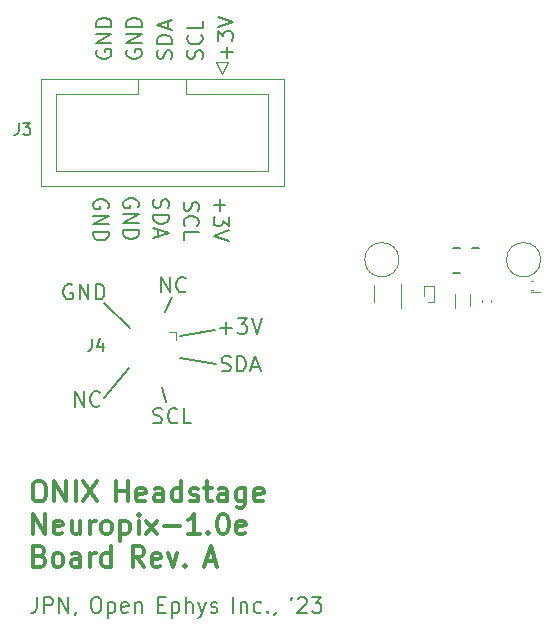
<source format=gbr>
%TF.GenerationSoftware,KiCad,Pcbnew,(7.0.0)*%
%TF.CreationDate,2023-06-03T15:05:07-04:00*%
%TF.ProjectId,headstage-neuropix1e,68656164-7374-4616-9765-2d6e6575726f,A*%
%TF.SameCoordinates,Original*%
%TF.FileFunction,Legend,Top*%
%TF.FilePolarity,Positive*%
%FSLAX46Y46*%
G04 Gerber Fmt 4.6, Leading zero omitted, Abs format (unit mm)*
G04 Created by KiCad (PCBNEW (7.0.0)) date 2023-06-03 15:05:07*
%MOMM*%
%LPD*%
G01*
G04 APERTURE LIST*
%ADD10C,0.150000*%
%ADD11C,0.200000*%
%ADD12C,0.300000*%
%ADD13C,0.127000*%
%ADD14C,0.120000*%
G04 APERTURE END LIST*
D10*
X122500000Y-94440000D02*
X119500000Y-94947500D01*
X113100000Y-100240000D02*
X115200000Y-97640000D01*
X113100000Y-92140000D02*
X115300000Y-94240000D01*
X118000000Y-99240000D02*
X118300000Y-100540000D01*
X118800000Y-91640000D02*
X118200000Y-92940000D01*
X122600000Y-97340000D02*
X119500000Y-96800000D01*
D11*
X119874809Y-83595119D02*
X119812904Y-83780833D01*
X119812904Y-83780833D02*
X119812904Y-84090357D01*
X119812904Y-84090357D02*
X119874809Y-84214166D01*
X119874809Y-84214166D02*
X119936714Y-84276071D01*
X119936714Y-84276071D02*
X120060523Y-84337976D01*
X120060523Y-84337976D02*
X120184333Y-84337976D01*
X120184333Y-84337976D02*
X120308142Y-84276071D01*
X120308142Y-84276071D02*
X120370047Y-84214166D01*
X120370047Y-84214166D02*
X120431952Y-84090357D01*
X120431952Y-84090357D02*
X120493857Y-83842738D01*
X120493857Y-83842738D02*
X120555761Y-83718928D01*
X120555761Y-83718928D02*
X120617666Y-83657023D01*
X120617666Y-83657023D02*
X120741476Y-83595119D01*
X120741476Y-83595119D02*
X120865285Y-83595119D01*
X120865285Y-83595119D02*
X120989095Y-83657023D01*
X120989095Y-83657023D02*
X121051000Y-83718928D01*
X121051000Y-83718928D02*
X121112904Y-83842738D01*
X121112904Y-83842738D02*
X121112904Y-84152261D01*
X121112904Y-84152261D02*
X121051000Y-84337976D01*
X119936714Y-85637975D02*
X119874809Y-85576071D01*
X119874809Y-85576071D02*
X119812904Y-85390356D01*
X119812904Y-85390356D02*
X119812904Y-85266547D01*
X119812904Y-85266547D02*
X119874809Y-85080833D01*
X119874809Y-85080833D02*
X119998619Y-84957023D01*
X119998619Y-84957023D02*
X120122428Y-84895118D01*
X120122428Y-84895118D02*
X120370047Y-84833214D01*
X120370047Y-84833214D02*
X120555761Y-84833214D01*
X120555761Y-84833214D02*
X120803380Y-84895118D01*
X120803380Y-84895118D02*
X120927190Y-84957023D01*
X120927190Y-84957023D02*
X121051000Y-85080833D01*
X121051000Y-85080833D02*
X121112904Y-85266547D01*
X121112904Y-85266547D02*
X121112904Y-85390356D01*
X121112904Y-85390356D02*
X121051000Y-85576071D01*
X121051000Y-85576071D02*
X120989095Y-85637975D01*
X119812904Y-86814166D02*
X119812904Y-86195118D01*
X119812904Y-86195118D02*
X121112904Y-86195118D01*
X107380952Y-117077595D02*
X107380952Y-118006166D01*
X107380952Y-118006166D02*
X107319047Y-118191880D01*
X107319047Y-118191880D02*
X107195238Y-118315690D01*
X107195238Y-118315690D02*
X107009523Y-118377595D01*
X107009523Y-118377595D02*
X106885714Y-118377595D01*
X107999999Y-118377595D02*
X107999999Y-117077595D01*
X107999999Y-117077595D02*
X108495237Y-117077595D01*
X108495237Y-117077595D02*
X108619047Y-117139500D01*
X108619047Y-117139500D02*
X108680952Y-117201404D01*
X108680952Y-117201404D02*
X108742856Y-117325214D01*
X108742856Y-117325214D02*
X108742856Y-117510928D01*
X108742856Y-117510928D02*
X108680952Y-117634738D01*
X108680952Y-117634738D02*
X108619047Y-117696642D01*
X108619047Y-117696642D02*
X108495237Y-117758547D01*
X108495237Y-117758547D02*
X107999999Y-117758547D01*
X109299999Y-118377595D02*
X109299999Y-117077595D01*
X109299999Y-117077595D02*
X110042856Y-118377595D01*
X110042856Y-118377595D02*
X110042856Y-117077595D01*
X110723809Y-118315690D02*
X110723809Y-118377595D01*
X110723809Y-118377595D02*
X110661904Y-118501404D01*
X110661904Y-118501404D02*
X110600000Y-118563309D01*
X112308571Y-117077595D02*
X112556190Y-117077595D01*
X112556190Y-117077595D02*
X112680000Y-117139500D01*
X112680000Y-117139500D02*
X112803809Y-117263309D01*
X112803809Y-117263309D02*
X112865714Y-117510928D01*
X112865714Y-117510928D02*
X112865714Y-117944261D01*
X112865714Y-117944261D02*
X112803809Y-118191880D01*
X112803809Y-118191880D02*
X112680000Y-118315690D01*
X112680000Y-118315690D02*
X112556190Y-118377595D01*
X112556190Y-118377595D02*
X112308571Y-118377595D01*
X112308571Y-118377595D02*
X112184762Y-118315690D01*
X112184762Y-118315690D02*
X112060952Y-118191880D01*
X112060952Y-118191880D02*
X111999048Y-117944261D01*
X111999048Y-117944261D02*
X111999048Y-117510928D01*
X111999048Y-117510928D02*
X112060952Y-117263309D01*
X112060952Y-117263309D02*
X112184762Y-117139500D01*
X112184762Y-117139500D02*
X112308571Y-117077595D01*
X113422857Y-117510928D02*
X113422857Y-118810928D01*
X113422857Y-117572833D02*
X113546667Y-117510928D01*
X113546667Y-117510928D02*
X113794286Y-117510928D01*
X113794286Y-117510928D02*
X113918095Y-117572833D01*
X113918095Y-117572833D02*
X113980000Y-117634738D01*
X113980000Y-117634738D02*
X114041905Y-117758547D01*
X114041905Y-117758547D02*
X114041905Y-118129976D01*
X114041905Y-118129976D02*
X113980000Y-118253785D01*
X113980000Y-118253785D02*
X113918095Y-118315690D01*
X113918095Y-118315690D02*
X113794286Y-118377595D01*
X113794286Y-118377595D02*
X113546667Y-118377595D01*
X113546667Y-118377595D02*
X113422857Y-118315690D01*
X115094285Y-118315690D02*
X114970476Y-118377595D01*
X114970476Y-118377595D02*
X114722857Y-118377595D01*
X114722857Y-118377595D02*
X114599047Y-118315690D01*
X114599047Y-118315690D02*
X114537143Y-118191880D01*
X114537143Y-118191880D02*
X114537143Y-117696642D01*
X114537143Y-117696642D02*
X114599047Y-117572833D01*
X114599047Y-117572833D02*
X114722857Y-117510928D01*
X114722857Y-117510928D02*
X114970476Y-117510928D01*
X114970476Y-117510928D02*
X115094285Y-117572833D01*
X115094285Y-117572833D02*
X115156190Y-117696642D01*
X115156190Y-117696642D02*
X115156190Y-117820452D01*
X115156190Y-117820452D02*
X114537143Y-117944261D01*
X115713333Y-117510928D02*
X115713333Y-118377595D01*
X115713333Y-117634738D02*
X115775238Y-117572833D01*
X115775238Y-117572833D02*
X115899048Y-117510928D01*
X115899048Y-117510928D02*
X116084762Y-117510928D01*
X116084762Y-117510928D02*
X116208571Y-117572833D01*
X116208571Y-117572833D02*
X116270476Y-117696642D01*
X116270476Y-117696642D02*
X116270476Y-118377595D01*
X117669523Y-117696642D02*
X118102857Y-117696642D01*
X118288571Y-118377595D02*
X117669523Y-118377595D01*
X117669523Y-118377595D02*
X117669523Y-117077595D01*
X117669523Y-117077595D02*
X118288571Y-117077595D01*
X118845713Y-117510928D02*
X118845713Y-118810928D01*
X118845713Y-117572833D02*
X118969523Y-117510928D01*
X118969523Y-117510928D02*
X119217142Y-117510928D01*
X119217142Y-117510928D02*
X119340951Y-117572833D01*
X119340951Y-117572833D02*
X119402856Y-117634738D01*
X119402856Y-117634738D02*
X119464761Y-117758547D01*
X119464761Y-117758547D02*
X119464761Y-118129976D01*
X119464761Y-118129976D02*
X119402856Y-118253785D01*
X119402856Y-118253785D02*
X119340951Y-118315690D01*
X119340951Y-118315690D02*
X119217142Y-118377595D01*
X119217142Y-118377595D02*
X118969523Y-118377595D01*
X118969523Y-118377595D02*
X118845713Y-118315690D01*
X120021903Y-118377595D02*
X120021903Y-117077595D01*
X120579046Y-118377595D02*
X120579046Y-117696642D01*
X120579046Y-117696642D02*
X120517141Y-117572833D01*
X120517141Y-117572833D02*
X120393332Y-117510928D01*
X120393332Y-117510928D02*
X120207618Y-117510928D01*
X120207618Y-117510928D02*
X120083808Y-117572833D01*
X120083808Y-117572833D02*
X120021903Y-117634738D01*
X121074284Y-117510928D02*
X121383808Y-118377595D01*
X121693331Y-117510928D02*
X121383808Y-118377595D01*
X121383808Y-118377595D02*
X121259998Y-118687119D01*
X121259998Y-118687119D02*
X121198093Y-118749023D01*
X121198093Y-118749023D02*
X121074284Y-118810928D01*
X122126665Y-118315690D02*
X122250474Y-118377595D01*
X122250474Y-118377595D02*
X122498093Y-118377595D01*
X122498093Y-118377595D02*
X122621903Y-118315690D01*
X122621903Y-118315690D02*
X122683807Y-118191880D01*
X122683807Y-118191880D02*
X122683807Y-118129976D01*
X122683807Y-118129976D02*
X122621903Y-118006166D01*
X122621903Y-118006166D02*
X122498093Y-117944261D01*
X122498093Y-117944261D02*
X122312379Y-117944261D01*
X122312379Y-117944261D02*
X122188569Y-117882357D01*
X122188569Y-117882357D02*
X122126665Y-117758547D01*
X122126665Y-117758547D02*
X122126665Y-117696642D01*
X122126665Y-117696642D02*
X122188569Y-117572833D01*
X122188569Y-117572833D02*
X122312379Y-117510928D01*
X122312379Y-117510928D02*
X122498093Y-117510928D01*
X122498093Y-117510928D02*
X122621903Y-117572833D01*
X124020950Y-118377595D02*
X124020950Y-117077595D01*
X124639998Y-117510928D02*
X124639998Y-118377595D01*
X124639998Y-117634738D02*
X124701903Y-117572833D01*
X124701903Y-117572833D02*
X124825713Y-117510928D01*
X124825713Y-117510928D02*
X125011427Y-117510928D01*
X125011427Y-117510928D02*
X125135236Y-117572833D01*
X125135236Y-117572833D02*
X125197141Y-117696642D01*
X125197141Y-117696642D02*
X125197141Y-118377595D01*
X126373331Y-118315690D02*
X126249522Y-118377595D01*
X126249522Y-118377595D02*
X126001903Y-118377595D01*
X126001903Y-118377595D02*
X125878093Y-118315690D01*
X125878093Y-118315690D02*
X125816188Y-118253785D01*
X125816188Y-118253785D02*
X125754284Y-118129976D01*
X125754284Y-118129976D02*
X125754284Y-117758547D01*
X125754284Y-117758547D02*
X125816188Y-117634738D01*
X125816188Y-117634738D02*
X125878093Y-117572833D01*
X125878093Y-117572833D02*
X126001903Y-117510928D01*
X126001903Y-117510928D02*
X126249522Y-117510928D01*
X126249522Y-117510928D02*
X126373331Y-117572833D01*
X126930474Y-118253785D02*
X126992379Y-118315690D01*
X126992379Y-118315690D02*
X126930474Y-118377595D01*
X126930474Y-118377595D02*
X126868570Y-118315690D01*
X126868570Y-118315690D02*
X126930474Y-118253785D01*
X126930474Y-118253785D02*
X126930474Y-118377595D01*
X127611427Y-118315690D02*
X127611427Y-118377595D01*
X127611427Y-118377595D02*
X127549522Y-118501404D01*
X127549522Y-118501404D02*
X127487618Y-118563309D01*
X129010475Y-117077595D02*
X128886666Y-117325214D01*
X129505714Y-117201404D02*
X129567618Y-117139500D01*
X129567618Y-117139500D02*
X129691428Y-117077595D01*
X129691428Y-117077595D02*
X130000952Y-117077595D01*
X130000952Y-117077595D02*
X130124761Y-117139500D01*
X130124761Y-117139500D02*
X130186666Y-117201404D01*
X130186666Y-117201404D02*
X130248571Y-117325214D01*
X130248571Y-117325214D02*
X130248571Y-117449023D01*
X130248571Y-117449023D02*
X130186666Y-117634738D01*
X130186666Y-117634738D02*
X129443809Y-118377595D01*
X129443809Y-118377595D02*
X130248571Y-118377595D01*
X130681904Y-117077595D02*
X131486666Y-117077595D01*
X131486666Y-117077595D02*
X131053332Y-117572833D01*
X131053332Y-117572833D02*
X131239047Y-117572833D01*
X131239047Y-117572833D02*
X131362856Y-117634738D01*
X131362856Y-117634738D02*
X131424761Y-117696642D01*
X131424761Y-117696642D02*
X131486666Y-117820452D01*
X131486666Y-117820452D02*
X131486666Y-118129976D01*
X131486666Y-118129976D02*
X131424761Y-118253785D01*
X131424761Y-118253785D02*
X131362856Y-118315690D01*
X131362856Y-118315690D02*
X131239047Y-118377595D01*
X131239047Y-118377595D02*
X130867618Y-118377595D01*
X130867618Y-118377595D02*
X130743809Y-118315690D01*
X130743809Y-118315690D02*
X130681904Y-118253785D01*
X112459000Y-70757023D02*
X112397095Y-70880833D01*
X112397095Y-70880833D02*
X112397095Y-71066547D01*
X112397095Y-71066547D02*
X112459000Y-71252261D01*
X112459000Y-71252261D02*
X112582809Y-71376071D01*
X112582809Y-71376071D02*
X112706619Y-71437976D01*
X112706619Y-71437976D02*
X112954238Y-71499880D01*
X112954238Y-71499880D02*
X113139952Y-71499880D01*
X113139952Y-71499880D02*
X113387571Y-71437976D01*
X113387571Y-71437976D02*
X113511380Y-71376071D01*
X113511380Y-71376071D02*
X113635190Y-71252261D01*
X113635190Y-71252261D02*
X113697095Y-71066547D01*
X113697095Y-71066547D02*
X113697095Y-70942738D01*
X113697095Y-70942738D02*
X113635190Y-70757023D01*
X113635190Y-70757023D02*
X113573285Y-70695119D01*
X113573285Y-70695119D02*
X113139952Y-70695119D01*
X113139952Y-70695119D02*
X113139952Y-70942738D01*
X113697095Y-70137976D02*
X112397095Y-70137976D01*
X112397095Y-70137976D02*
X113697095Y-69395119D01*
X113697095Y-69395119D02*
X112397095Y-69395119D01*
X113697095Y-68776071D02*
X112397095Y-68776071D01*
X112397095Y-68776071D02*
X112397095Y-68466547D01*
X112397095Y-68466547D02*
X112459000Y-68280833D01*
X112459000Y-68280833D02*
X112582809Y-68157023D01*
X112582809Y-68157023D02*
X112706619Y-68095118D01*
X112706619Y-68095118D02*
X112954238Y-68033214D01*
X112954238Y-68033214D02*
X113139952Y-68033214D01*
X113139952Y-68033214D02*
X113387571Y-68095118D01*
X113387571Y-68095118D02*
X113511380Y-68157023D01*
X113511380Y-68157023D02*
X113635190Y-68280833D01*
X113635190Y-68280833D02*
X113697095Y-68466547D01*
X113697095Y-68466547D02*
X113697095Y-68776071D01*
X113401000Y-84137976D02*
X113462904Y-84014166D01*
X113462904Y-84014166D02*
X113462904Y-83828452D01*
X113462904Y-83828452D02*
X113401000Y-83642738D01*
X113401000Y-83642738D02*
X113277190Y-83518928D01*
X113277190Y-83518928D02*
X113153380Y-83457023D01*
X113153380Y-83457023D02*
X112905761Y-83395119D01*
X112905761Y-83395119D02*
X112720047Y-83395119D01*
X112720047Y-83395119D02*
X112472428Y-83457023D01*
X112472428Y-83457023D02*
X112348619Y-83518928D01*
X112348619Y-83518928D02*
X112224809Y-83642738D01*
X112224809Y-83642738D02*
X112162904Y-83828452D01*
X112162904Y-83828452D02*
X112162904Y-83952261D01*
X112162904Y-83952261D02*
X112224809Y-84137976D01*
X112224809Y-84137976D02*
X112286714Y-84199880D01*
X112286714Y-84199880D02*
X112720047Y-84199880D01*
X112720047Y-84199880D02*
X112720047Y-83952261D01*
X112162904Y-84757023D02*
X113462904Y-84757023D01*
X113462904Y-84757023D02*
X112162904Y-85499880D01*
X112162904Y-85499880D02*
X113462904Y-85499880D01*
X112162904Y-86118928D02*
X113462904Y-86118928D01*
X113462904Y-86118928D02*
X113462904Y-86428452D01*
X113462904Y-86428452D02*
X113401000Y-86614166D01*
X113401000Y-86614166D02*
X113277190Y-86737976D01*
X113277190Y-86737976D02*
X113153380Y-86799881D01*
X113153380Y-86799881D02*
X112905761Y-86861785D01*
X112905761Y-86861785D02*
X112720047Y-86861785D01*
X112720047Y-86861785D02*
X112472428Y-86799881D01*
X112472428Y-86799881D02*
X112348619Y-86737976D01*
X112348619Y-86737976D02*
X112224809Y-86614166D01*
X112224809Y-86614166D02*
X112162904Y-86428452D01*
X112162904Y-86428452D02*
X112162904Y-86118928D01*
X115034000Y-70757023D02*
X114972095Y-70880833D01*
X114972095Y-70880833D02*
X114972095Y-71066547D01*
X114972095Y-71066547D02*
X115034000Y-71252261D01*
X115034000Y-71252261D02*
X115157809Y-71376071D01*
X115157809Y-71376071D02*
X115281619Y-71437976D01*
X115281619Y-71437976D02*
X115529238Y-71499880D01*
X115529238Y-71499880D02*
X115714952Y-71499880D01*
X115714952Y-71499880D02*
X115962571Y-71437976D01*
X115962571Y-71437976D02*
X116086380Y-71376071D01*
X116086380Y-71376071D02*
X116210190Y-71252261D01*
X116210190Y-71252261D02*
X116272095Y-71066547D01*
X116272095Y-71066547D02*
X116272095Y-70942738D01*
X116272095Y-70942738D02*
X116210190Y-70757023D01*
X116210190Y-70757023D02*
X116148285Y-70695119D01*
X116148285Y-70695119D02*
X115714952Y-70695119D01*
X115714952Y-70695119D02*
X115714952Y-70942738D01*
X116272095Y-70137976D02*
X114972095Y-70137976D01*
X114972095Y-70137976D02*
X116272095Y-69395119D01*
X116272095Y-69395119D02*
X114972095Y-69395119D01*
X116272095Y-68776071D02*
X114972095Y-68776071D01*
X114972095Y-68776071D02*
X114972095Y-68466547D01*
X114972095Y-68466547D02*
X115034000Y-68280833D01*
X115034000Y-68280833D02*
X115157809Y-68157023D01*
X115157809Y-68157023D02*
X115281619Y-68095118D01*
X115281619Y-68095118D02*
X115529238Y-68033214D01*
X115529238Y-68033214D02*
X115714952Y-68033214D01*
X115714952Y-68033214D02*
X115962571Y-68095118D01*
X115962571Y-68095118D02*
X116086380Y-68157023D01*
X116086380Y-68157023D02*
X116210190Y-68280833D01*
X116210190Y-68280833D02*
X116272095Y-68466547D01*
X116272095Y-68466547D02*
X116272095Y-68776071D01*
X122909523Y-94261857D02*
X123900000Y-94261857D01*
X123404761Y-94757095D02*
X123404761Y-93766619D01*
X124395238Y-93457095D02*
X125200000Y-93457095D01*
X125200000Y-93457095D02*
X124766666Y-93952333D01*
X124766666Y-93952333D02*
X124952381Y-93952333D01*
X124952381Y-93952333D02*
X125076190Y-94014238D01*
X125076190Y-94014238D02*
X125138095Y-94076142D01*
X125138095Y-94076142D02*
X125200000Y-94199952D01*
X125200000Y-94199952D02*
X125200000Y-94509476D01*
X125200000Y-94509476D02*
X125138095Y-94633285D01*
X125138095Y-94633285D02*
X125076190Y-94695190D01*
X125076190Y-94695190D02*
X124952381Y-94757095D01*
X124952381Y-94757095D02*
X124580952Y-94757095D01*
X124580952Y-94757095D02*
X124457143Y-94695190D01*
X124457143Y-94695190D02*
X124395238Y-94633285D01*
X125571428Y-93457095D02*
X126004761Y-94757095D01*
X126004761Y-94757095D02*
X126438095Y-93457095D01*
X110609523Y-100957095D02*
X110609523Y-99657095D01*
X110609523Y-99657095D02*
X111352380Y-100957095D01*
X111352380Y-100957095D02*
X111352380Y-99657095D01*
X112714285Y-100833285D02*
X112652381Y-100895190D01*
X112652381Y-100895190D02*
X112466666Y-100957095D01*
X112466666Y-100957095D02*
X112342857Y-100957095D01*
X112342857Y-100957095D02*
X112157143Y-100895190D01*
X112157143Y-100895190D02*
X112033333Y-100771380D01*
X112033333Y-100771380D02*
X111971428Y-100647571D01*
X111971428Y-100647571D02*
X111909524Y-100399952D01*
X111909524Y-100399952D02*
X111909524Y-100214238D01*
X111909524Y-100214238D02*
X111971428Y-99966619D01*
X111971428Y-99966619D02*
X112033333Y-99842809D01*
X112033333Y-99842809D02*
X112157143Y-99719000D01*
X112157143Y-99719000D02*
X112342857Y-99657095D01*
X112342857Y-99657095D02*
X112466666Y-99657095D01*
X112466666Y-99657095D02*
X112652381Y-99719000D01*
X112652381Y-99719000D02*
X112714285Y-99780904D01*
D12*
X107428571Y-107270548D02*
X107752380Y-107270548D01*
X107752380Y-107270548D02*
X107914285Y-107351501D01*
X107914285Y-107351501D02*
X108076190Y-107513405D01*
X108076190Y-107513405D02*
X108157142Y-107837215D01*
X108157142Y-107837215D02*
X108157142Y-108403881D01*
X108157142Y-108403881D02*
X108076190Y-108727691D01*
X108076190Y-108727691D02*
X107914285Y-108889596D01*
X107914285Y-108889596D02*
X107752380Y-108970548D01*
X107752380Y-108970548D02*
X107428571Y-108970548D01*
X107428571Y-108970548D02*
X107266666Y-108889596D01*
X107266666Y-108889596D02*
X107104761Y-108727691D01*
X107104761Y-108727691D02*
X107023809Y-108403881D01*
X107023809Y-108403881D02*
X107023809Y-107837215D01*
X107023809Y-107837215D02*
X107104761Y-107513405D01*
X107104761Y-107513405D02*
X107266666Y-107351501D01*
X107266666Y-107351501D02*
X107428571Y-107270548D01*
X108885713Y-108970548D02*
X108885713Y-107270548D01*
X108885713Y-107270548D02*
X109857142Y-108970548D01*
X109857142Y-108970548D02*
X109857142Y-107270548D01*
X110666665Y-108970548D02*
X110666665Y-107270548D01*
X111314285Y-107270548D02*
X112447618Y-108970548D01*
X112447618Y-107270548D02*
X111314285Y-108970548D01*
X114115237Y-108970548D02*
X114115237Y-107270548D01*
X114115237Y-108080072D02*
X115086666Y-108080072D01*
X115086666Y-108970548D02*
X115086666Y-107270548D01*
X116543808Y-108889596D02*
X116381904Y-108970548D01*
X116381904Y-108970548D02*
X116058094Y-108970548D01*
X116058094Y-108970548D02*
X115896189Y-108889596D01*
X115896189Y-108889596D02*
X115815237Y-108727691D01*
X115815237Y-108727691D02*
X115815237Y-108080072D01*
X115815237Y-108080072D02*
X115896189Y-107918167D01*
X115896189Y-107918167D02*
X116058094Y-107837215D01*
X116058094Y-107837215D02*
X116381904Y-107837215D01*
X116381904Y-107837215D02*
X116543808Y-107918167D01*
X116543808Y-107918167D02*
X116624761Y-108080072D01*
X116624761Y-108080072D02*
X116624761Y-108241977D01*
X116624761Y-108241977D02*
X115815237Y-108403881D01*
X118081904Y-108970548D02*
X118081904Y-108080072D01*
X118081904Y-108080072D02*
X118000951Y-107918167D01*
X118000951Y-107918167D02*
X117839047Y-107837215D01*
X117839047Y-107837215D02*
X117515237Y-107837215D01*
X117515237Y-107837215D02*
X117353332Y-107918167D01*
X118081904Y-108889596D02*
X117919999Y-108970548D01*
X117919999Y-108970548D02*
X117515237Y-108970548D01*
X117515237Y-108970548D02*
X117353332Y-108889596D01*
X117353332Y-108889596D02*
X117272380Y-108727691D01*
X117272380Y-108727691D02*
X117272380Y-108565786D01*
X117272380Y-108565786D02*
X117353332Y-108403881D01*
X117353332Y-108403881D02*
X117515237Y-108322929D01*
X117515237Y-108322929D02*
X117919999Y-108322929D01*
X117919999Y-108322929D02*
X118081904Y-108241977D01*
X119619999Y-108970548D02*
X119619999Y-107270548D01*
X119619999Y-108889596D02*
X119458094Y-108970548D01*
X119458094Y-108970548D02*
X119134285Y-108970548D01*
X119134285Y-108970548D02*
X118972380Y-108889596D01*
X118972380Y-108889596D02*
X118891427Y-108808643D01*
X118891427Y-108808643D02*
X118810475Y-108646739D01*
X118810475Y-108646739D02*
X118810475Y-108161024D01*
X118810475Y-108161024D02*
X118891427Y-107999120D01*
X118891427Y-107999120D02*
X118972380Y-107918167D01*
X118972380Y-107918167D02*
X119134285Y-107837215D01*
X119134285Y-107837215D02*
X119458094Y-107837215D01*
X119458094Y-107837215D02*
X119619999Y-107918167D01*
X120348570Y-108889596D02*
X120510475Y-108970548D01*
X120510475Y-108970548D02*
X120834284Y-108970548D01*
X120834284Y-108970548D02*
X120996189Y-108889596D01*
X120996189Y-108889596D02*
X121077141Y-108727691D01*
X121077141Y-108727691D02*
X121077141Y-108646739D01*
X121077141Y-108646739D02*
X120996189Y-108484834D01*
X120996189Y-108484834D02*
X120834284Y-108403881D01*
X120834284Y-108403881D02*
X120591427Y-108403881D01*
X120591427Y-108403881D02*
X120429522Y-108322929D01*
X120429522Y-108322929D02*
X120348570Y-108161024D01*
X120348570Y-108161024D02*
X120348570Y-108080072D01*
X120348570Y-108080072D02*
X120429522Y-107918167D01*
X120429522Y-107918167D02*
X120591427Y-107837215D01*
X120591427Y-107837215D02*
X120834284Y-107837215D01*
X120834284Y-107837215D02*
X120996189Y-107918167D01*
X121562855Y-107837215D02*
X122210474Y-107837215D01*
X121805712Y-107270548D02*
X121805712Y-108727691D01*
X121805712Y-108727691D02*
X121886665Y-108889596D01*
X121886665Y-108889596D02*
X122048570Y-108970548D01*
X122048570Y-108970548D02*
X122210474Y-108970548D01*
X123505713Y-108970548D02*
X123505713Y-108080072D01*
X123505713Y-108080072D02*
X123424760Y-107918167D01*
X123424760Y-107918167D02*
X123262856Y-107837215D01*
X123262856Y-107837215D02*
X122939046Y-107837215D01*
X122939046Y-107837215D02*
X122777141Y-107918167D01*
X123505713Y-108889596D02*
X123343808Y-108970548D01*
X123343808Y-108970548D02*
X122939046Y-108970548D01*
X122939046Y-108970548D02*
X122777141Y-108889596D01*
X122777141Y-108889596D02*
X122696189Y-108727691D01*
X122696189Y-108727691D02*
X122696189Y-108565786D01*
X122696189Y-108565786D02*
X122777141Y-108403881D01*
X122777141Y-108403881D02*
X122939046Y-108322929D01*
X122939046Y-108322929D02*
X123343808Y-108322929D01*
X123343808Y-108322929D02*
X123505713Y-108241977D01*
X125043808Y-107837215D02*
X125043808Y-109213405D01*
X125043808Y-109213405D02*
X124962855Y-109375310D01*
X124962855Y-109375310D02*
X124881903Y-109456262D01*
X124881903Y-109456262D02*
X124719998Y-109537215D01*
X124719998Y-109537215D02*
X124477141Y-109537215D01*
X124477141Y-109537215D02*
X124315236Y-109456262D01*
X125043808Y-108889596D02*
X124881903Y-108970548D01*
X124881903Y-108970548D02*
X124558094Y-108970548D01*
X124558094Y-108970548D02*
X124396189Y-108889596D01*
X124396189Y-108889596D02*
X124315236Y-108808643D01*
X124315236Y-108808643D02*
X124234284Y-108646739D01*
X124234284Y-108646739D02*
X124234284Y-108161024D01*
X124234284Y-108161024D02*
X124315236Y-107999120D01*
X124315236Y-107999120D02*
X124396189Y-107918167D01*
X124396189Y-107918167D02*
X124558094Y-107837215D01*
X124558094Y-107837215D02*
X124881903Y-107837215D01*
X124881903Y-107837215D02*
X125043808Y-107918167D01*
X126500950Y-108889596D02*
X126339046Y-108970548D01*
X126339046Y-108970548D02*
X126015236Y-108970548D01*
X126015236Y-108970548D02*
X125853331Y-108889596D01*
X125853331Y-108889596D02*
X125772379Y-108727691D01*
X125772379Y-108727691D02*
X125772379Y-108080072D01*
X125772379Y-108080072D02*
X125853331Y-107918167D01*
X125853331Y-107918167D02*
X126015236Y-107837215D01*
X126015236Y-107837215D02*
X126339046Y-107837215D01*
X126339046Y-107837215D02*
X126500950Y-107918167D01*
X126500950Y-107918167D02*
X126581903Y-108080072D01*
X126581903Y-108080072D02*
X126581903Y-108241977D01*
X126581903Y-108241977D02*
X125772379Y-108403881D01*
X107104761Y-111724548D02*
X107104761Y-110024548D01*
X107104761Y-110024548D02*
X108076190Y-111724548D01*
X108076190Y-111724548D02*
X108076190Y-110024548D01*
X109533332Y-111643596D02*
X109371428Y-111724548D01*
X109371428Y-111724548D02*
X109047618Y-111724548D01*
X109047618Y-111724548D02*
X108885713Y-111643596D01*
X108885713Y-111643596D02*
X108804761Y-111481691D01*
X108804761Y-111481691D02*
X108804761Y-110834072D01*
X108804761Y-110834072D02*
X108885713Y-110672167D01*
X108885713Y-110672167D02*
X109047618Y-110591215D01*
X109047618Y-110591215D02*
X109371428Y-110591215D01*
X109371428Y-110591215D02*
X109533332Y-110672167D01*
X109533332Y-110672167D02*
X109614285Y-110834072D01*
X109614285Y-110834072D02*
X109614285Y-110995977D01*
X109614285Y-110995977D02*
X108804761Y-111157881D01*
X111071428Y-110591215D02*
X111071428Y-111724548D01*
X110342856Y-110591215D02*
X110342856Y-111481691D01*
X110342856Y-111481691D02*
X110423809Y-111643596D01*
X110423809Y-111643596D02*
X110585714Y-111724548D01*
X110585714Y-111724548D02*
X110828571Y-111724548D01*
X110828571Y-111724548D02*
X110990475Y-111643596D01*
X110990475Y-111643596D02*
X111071428Y-111562643D01*
X111880951Y-111724548D02*
X111880951Y-110591215D01*
X111880951Y-110915024D02*
X111961904Y-110753120D01*
X111961904Y-110753120D02*
X112042856Y-110672167D01*
X112042856Y-110672167D02*
X112204761Y-110591215D01*
X112204761Y-110591215D02*
X112366666Y-110591215D01*
X113176190Y-111724548D02*
X113014285Y-111643596D01*
X113014285Y-111643596D02*
X112933332Y-111562643D01*
X112933332Y-111562643D02*
X112852380Y-111400739D01*
X112852380Y-111400739D02*
X112852380Y-110915024D01*
X112852380Y-110915024D02*
X112933332Y-110753120D01*
X112933332Y-110753120D02*
X113014285Y-110672167D01*
X113014285Y-110672167D02*
X113176190Y-110591215D01*
X113176190Y-110591215D02*
X113419047Y-110591215D01*
X113419047Y-110591215D02*
X113580951Y-110672167D01*
X113580951Y-110672167D02*
X113661904Y-110753120D01*
X113661904Y-110753120D02*
X113742856Y-110915024D01*
X113742856Y-110915024D02*
X113742856Y-111400739D01*
X113742856Y-111400739D02*
X113661904Y-111562643D01*
X113661904Y-111562643D02*
X113580951Y-111643596D01*
X113580951Y-111643596D02*
X113419047Y-111724548D01*
X113419047Y-111724548D02*
X113176190Y-111724548D01*
X114471427Y-110591215D02*
X114471427Y-112291215D01*
X114471427Y-110672167D02*
X114633332Y-110591215D01*
X114633332Y-110591215D02*
X114957142Y-110591215D01*
X114957142Y-110591215D02*
X115119046Y-110672167D01*
X115119046Y-110672167D02*
X115199999Y-110753120D01*
X115199999Y-110753120D02*
X115280951Y-110915024D01*
X115280951Y-110915024D02*
X115280951Y-111400739D01*
X115280951Y-111400739D02*
X115199999Y-111562643D01*
X115199999Y-111562643D02*
X115119046Y-111643596D01*
X115119046Y-111643596D02*
X114957142Y-111724548D01*
X114957142Y-111724548D02*
X114633332Y-111724548D01*
X114633332Y-111724548D02*
X114471427Y-111643596D01*
X116009522Y-111724548D02*
X116009522Y-110591215D01*
X116009522Y-110024548D02*
X115928570Y-110105501D01*
X115928570Y-110105501D02*
X116009522Y-110186453D01*
X116009522Y-110186453D02*
X116090475Y-110105501D01*
X116090475Y-110105501D02*
X116009522Y-110024548D01*
X116009522Y-110024548D02*
X116009522Y-110186453D01*
X116657142Y-111724548D02*
X117547618Y-110591215D01*
X116657142Y-110591215D02*
X117547618Y-111724548D01*
X118195236Y-111076929D02*
X119490475Y-111076929D01*
X121190475Y-111724548D02*
X120219046Y-111724548D01*
X120704760Y-111724548D02*
X120704760Y-110024548D01*
X120704760Y-110024548D02*
X120542856Y-110267405D01*
X120542856Y-110267405D02*
X120380951Y-110429310D01*
X120380951Y-110429310D02*
X120219046Y-110510262D01*
X121919046Y-111562643D02*
X121999999Y-111643596D01*
X121999999Y-111643596D02*
X121919046Y-111724548D01*
X121919046Y-111724548D02*
X121838094Y-111643596D01*
X121838094Y-111643596D02*
X121919046Y-111562643D01*
X121919046Y-111562643D02*
X121919046Y-111724548D01*
X123052380Y-110024548D02*
X123214285Y-110024548D01*
X123214285Y-110024548D02*
X123376189Y-110105501D01*
X123376189Y-110105501D02*
X123457142Y-110186453D01*
X123457142Y-110186453D02*
X123538094Y-110348358D01*
X123538094Y-110348358D02*
X123619047Y-110672167D01*
X123619047Y-110672167D02*
X123619047Y-111076929D01*
X123619047Y-111076929D02*
X123538094Y-111400739D01*
X123538094Y-111400739D02*
X123457142Y-111562643D01*
X123457142Y-111562643D02*
X123376189Y-111643596D01*
X123376189Y-111643596D02*
X123214285Y-111724548D01*
X123214285Y-111724548D02*
X123052380Y-111724548D01*
X123052380Y-111724548D02*
X122890475Y-111643596D01*
X122890475Y-111643596D02*
X122809523Y-111562643D01*
X122809523Y-111562643D02*
X122728570Y-111400739D01*
X122728570Y-111400739D02*
X122647618Y-111076929D01*
X122647618Y-111076929D02*
X122647618Y-110672167D01*
X122647618Y-110672167D02*
X122728570Y-110348358D01*
X122728570Y-110348358D02*
X122809523Y-110186453D01*
X122809523Y-110186453D02*
X122890475Y-110105501D01*
X122890475Y-110105501D02*
X123052380Y-110024548D01*
X124995237Y-111643596D02*
X124833333Y-111724548D01*
X124833333Y-111724548D02*
X124509523Y-111724548D01*
X124509523Y-111724548D02*
X124347618Y-111643596D01*
X124347618Y-111643596D02*
X124266666Y-111481691D01*
X124266666Y-111481691D02*
X124266666Y-110834072D01*
X124266666Y-110834072D02*
X124347618Y-110672167D01*
X124347618Y-110672167D02*
X124509523Y-110591215D01*
X124509523Y-110591215D02*
X124833333Y-110591215D01*
X124833333Y-110591215D02*
X124995237Y-110672167D01*
X124995237Y-110672167D02*
X125076190Y-110834072D01*
X125076190Y-110834072D02*
X125076190Y-110995977D01*
X125076190Y-110995977D02*
X124266666Y-111157881D01*
X107671428Y-113588072D02*
X107914285Y-113669024D01*
X107914285Y-113669024D02*
X107995238Y-113749977D01*
X107995238Y-113749977D02*
X108076190Y-113911881D01*
X108076190Y-113911881D02*
X108076190Y-114154739D01*
X108076190Y-114154739D02*
X107995238Y-114316643D01*
X107995238Y-114316643D02*
X107914285Y-114397596D01*
X107914285Y-114397596D02*
X107752380Y-114478548D01*
X107752380Y-114478548D02*
X107104761Y-114478548D01*
X107104761Y-114478548D02*
X107104761Y-112778548D01*
X107104761Y-112778548D02*
X107671428Y-112778548D01*
X107671428Y-112778548D02*
X107833333Y-112859501D01*
X107833333Y-112859501D02*
X107914285Y-112940453D01*
X107914285Y-112940453D02*
X107995238Y-113102358D01*
X107995238Y-113102358D02*
X107995238Y-113264262D01*
X107995238Y-113264262D02*
X107914285Y-113426167D01*
X107914285Y-113426167D02*
X107833333Y-113507120D01*
X107833333Y-113507120D02*
X107671428Y-113588072D01*
X107671428Y-113588072D02*
X107104761Y-113588072D01*
X109047619Y-114478548D02*
X108885714Y-114397596D01*
X108885714Y-114397596D02*
X108804761Y-114316643D01*
X108804761Y-114316643D02*
X108723809Y-114154739D01*
X108723809Y-114154739D02*
X108723809Y-113669024D01*
X108723809Y-113669024D02*
X108804761Y-113507120D01*
X108804761Y-113507120D02*
X108885714Y-113426167D01*
X108885714Y-113426167D02*
X109047619Y-113345215D01*
X109047619Y-113345215D02*
X109290476Y-113345215D01*
X109290476Y-113345215D02*
X109452380Y-113426167D01*
X109452380Y-113426167D02*
X109533333Y-113507120D01*
X109533333Y-113507120D02*
X109614285Y-113669024D01*
X109614285Y-113669024D02*
X109614285Y-114154739D01*
X109614285Y-114154739D02*
X109533333Y-114316643D01*
X109533333Y-114316643D02*
X109452380Y-114397596D01*
X109452380Y-114397596D02*
X109290476Y-114478548D01*
X109290476Y-114478548D02*
X109047619Y-114478548D01*
X111071428Y-114478548D02*
X111071428Y-113588072D01*
X111071428Y-113588072D02*
X110990475Y-113426167D01*
X110990475Y-113426167D02*
X110828571Y-113345215D01*
X110828571Y-113345215D02*
X110504761Y-113345215D01*
X110504761Y-113345215D02*
X110342856Y-113426167D01*
X111071428Y-114397596D02*
X110909523Y-114478548D01*
X110909523Y-114478548D02*
X110504761Y-114478548D01*
X110504761Y-114478548D02*
X110342856Y-114397596D01*
X110342856Y-114397596D02*
X110261904Y-114235691D01*
X110261904Y-114235691D02*
X110261904Y-114073786D01*
X110261904Y-114073786D02*
X110342856Y-113911881D01*
X110342856Y-113911881D02*
X110504761Y-113830929D01*
X110504761Y-113830929D02*
X110909523Y-113830929D01*
X110909523Y-113830929D02*
X111071428Y-113749977D01*
X111880951Y-114478548D02*
X111880951Y-113345215D01*
X111880951Y-113669024D02*
X111961904Y-113507120D01*
X111961904Y-113507120D02*
X112042856Y-113426167D01*
X112042856Y-113426167D02*
X112204761Y-113345215D01*
X112204761Y-113345215D02*
X112366666Y-113345215D01*
X113661904Y-114478548D02*
X113661904Y-112778548D01*
X113661904Y-114397596D02*
X113499999Y-114478548D01*
X113499999Y-114478548D02*
X113176190Y-114478548D01*
X113176190Y-114478548D02*
X113014285Y-114397596D01*
X113014285Y-114397596D02*
X112933332Y-114316643D01*
X112933332Y-114316643D02*
X112852380Y-114154739D01*
X112852380Y-114154739D02*
X112852380Y-113669024D01*
X112852380Y-113669024D02*
X112933332Y-113507120D01*
X112933332Y-113507120D02*
X113014285Y-113426167D01*
X113014285Y-113426167D02*
X113176190Y-113345215D01*
X113176190Y-113345215D02*
X113499999Y-113345215D01*
X113499999Y-113345215D02*
X113661904Y-113426167D01*
X116462856Y-114478548D02*
X115896189Y-113669024D01*
X115491427Y-114478548D02*
X115491427Y-112778548D01*
X115491427Y-112778548D02*
X116139046Y-112778548D01*
X116139046Y-112778548D02*
X116300951Y-112859501D01*
X116300951Y-112859501D02*
X116381904Y-112940453D01*
X116381904Y-112940453D02*
X116462856Y-113102358D01*
X116462856Y-113102358D02*
X116462856Y-113345215D01*
X116462856Y-113345215D02*
X116381904Y-113507120D01*
X116381904Y-113507120D02*
X116300951Y-113588072D01*
X116300951Y-113588072D02*
X116139046Y-113669024D01*
X116139046Y-113669024D02*
X115491427Y-113669024D01*
X117839046Y-114397596D02*
X117677142Y-114478548D01*
X117677142Y-114478548D02*
X117353332Y-114478548D01*
X117353332Y-114478548D02*
X117191427Y-114397596D01*
X117191427Y-114397596D02*
X117110475Y-114235691D01*
X117110475Y-114235691D02*
X117110475Y-113588072D01*
X117110475Y-113588072D02*
X117191427Y-113426167D01*
X117191427Y-113426167D02*
X117353332Y-113345215D01*
X117353332Y-113345215D02*
X117677142Y-113345215D01*
X117677142Y-113345215D02*
X117839046Y-113426167D01*
X117839046Y-113426167D02*
X117919999Y-113588072D01*
X117919999Y-113588072D02*
X117919999Y-113749977D01*
X117919999Y-113749977D02*
X117110475Y-113911881D01*
X118486666Y-113345215D02*
X118891428Y-114478548D01*
X118891428Y-114478548D02*
X119296189Y-113345215D01*
X119943808Y-114316643D02*
X120024761Y-114397596D01*
X120024761Y-114397596D02*
X119943808Y-114478548D01*
X119943808Y-114478548D02*
X119862856Y-114397596D01*
X119862856Y-114397596D02*
X119943808Y-114316643D01*
X119943808Y-114316643D02*
X119943808Y-114478548D01*
X121692380Y-113992834D02*
X122501904Y-113992834D01*
X121530475Y-114478548D02*
X122097142Y-112778548D01*
X122097142Y-112778548D02*
X122663809Y-114478548D01*
D11*
X117247619Y-102295190D02*
X117433333Y-102357095D01*
X117433333Y-102357095D02*
X117742857Y-102357095D01*
X117742857Y-102357095D02*
X117866666Y-102295190D01*
X117866666Y-102295190D02*
X117928571Y-102233285D01*
X117928571Y-102233285D02*
X117990476Y-102109476D01*
X117990476Y-102109476D02*
X117990476Y-101985666D01*
X117990476Y-101985666D02*
X117928571Y-101861857D01*
X117928571Y-101861857D02*
X117866666Y-101799952D01*
X117866666Y-101799952D02*
X117742857Y-101738047D01*
X117742857Y-101738047D02*
X117495238Y-101676142D01*
X117495238Y-101676142D02*
X117371428Y-101614238D01*
X117371428Y-101614238D02*
X117309523Y-101552333D01*
X117309523Y-101552333D02*
X117247619Y-101428523D01*
X117247619Y-101428523D02*
X117247619Y-101304714D01*
X117247619Y-101304714D02*
X117309523Y-101180904D01*
X117309523Y-101180904D02*
X117371428Y-101119000D01*
X117371428Y-101119000D02*
X117495238Y-101057095D01*
X117495238Y-101057095D02*
X117804761Y-101057095D01*
X117804761Y-101057095D02*
X117990476Y-101119000D01*
X119290475Y-102233285D02*
X119228571Y-102295190D01*
X119228571Y-102295190D02*
X119042856Y-102357095D01*
X119042856Y-102357095D02*
X118919047Y-102357095D01*
X118919047Y-102357095D02*
X118733333Y-102295190D01*
X118733333Y-102295190D02*
X118609523Y-102171380D01*
X118609523Y-102171380D02*
X118547618Y-102047571D01*
X118547618Y-102047571D02*
X118485714Y-101799952D01*
X118485714Y-101799952D02*
X118485714Y-101614238D01*
X118485714Y-101614238D02*
X118547618Y-101366619D01*
X118547618Y-101366619D02*
X118609523Y-101242809D01*
X118609523Y-101242809D02*
X118733333Y-101119000D01*
X118733333Y-101119000D02*
X118919047Y-101057095D01*
X118919047Y-101057095D02*
X119042856Y-101057095D01*
X119042856Y-101057095D02*
X119228571Y-101119000D01*
X119228571Y-101119000D02*
X119290475Y-101180904D01*
X120466666Y-102357095D02*
X119847618Y-102357095D01*
X119847618Y-102357095D02*
X119847618Y-101057095D01*
X118785190Y-71499880D02*
X118847095Y-71314166D01*
X118847095Y-71314166D02*
X118847095Y-71004642D01*
X118847095Y-71004642D02*
X118785190Y-70880833D01*
X118785190Y-70880833D02*
X118723285Y-70818928D01*
X118723285Y-70818928D02*
X118599476Y-70757023D01*
X118599476Y-70757023D02*
X118475666Y-70757023D01*
X118475666Y-70757023D02*
X118351857Y-70818928D01*
X118351857Y-70818928D02*
X118289952Y-70880833D01*
X118289952Y-70880833D02*
X118228047Y-71004642D01*
X118228047Y-71004642D02*
X118166142Y-71252261D01*
X118166142Y-71252261D02*
X118104238Y-71376071D01*
X118104238Y-71376071D02*
X118042333Y-71437976D01*
X118042333Y-71437976D02*
X117918523Y-71499880D01*
X117918523Y-71499880D02*
X117794714Y-71499880D01*
X117794714Y-71499880D02*
X117670904Y-71437976D01*
X117670904Y-71437976D02*
X117609000Y-71376071D01*
X117609000Y-71376071D02*
X117547095Y-71252261D01*
X117547095Y-71252261D02*
X117547095Y-70942738D01*
X117547095Y-70942738D02*
X117609000Y-70757023D01*
X118847095Y-70199881D02*
X117547095Y-70199881D01*
X117547095Y-70199881D02*
X117547095Y-69890357D01*
X117547095Y-69890357D02*
X117609000Y-69704643D01*
X117609000Y-69704643D02*
X117732809Y-69580833D01*
X117732809Y-69580833D02*
X117856619Y-69518928D01*
X117856619Y-69518928D02*
X118104238Y-69457024D01*
X118104238Y-69457024D02*
X118289952Y-69457024D01*
X118289952Y-69457024D02*
X118537571Y-69518928D01*
X118537571Y-69518928D02*
X118661380Y-69580833D01*
X118661380Y-69580833D02*
X118785190Y-69704643D01*
X118785190Y-69704643D02*
X118847095Y-69890357D01*
X118847095Y-69890357D02*
X118847095Y-70199881D01*
X118475666Y-68961785D02*
X118475666Y-68342738D01*
X118847095Y-69085595D02*
X117547095Y-68652262D01*
X117547095Y-68652262D02*
X118847095Y-68218928D01*
X123047619Y-97895190D02*
X123233333Y-97957095D01*
X123233333Y-97957095D02*
X123542857Y-97957095D01*
X123542857Y-97957095D02*
X123666666Y-97895190D01*
X123666666Y-97895190D02*
X123728571Y-97833285D01*
X123728571Y-97833285D02*
X123790476Y-97709476D01*
X123790476Y-97709476D02*
X123790476Y-97585666D01*
X123790476Y-97585666D02*
X123728571Y-97461857D01*
X123728571Y-97461857D02*
X123666666Y-97399952D01*
X123666666Y-97399952D02*
X123542857Y-97338047D01*
X123542857Y-97338047D02*
X123295238Y-97276142D01*
X123295238Y-97276142D02*
X123171428Y-97214238D01*
X123171428Y-97214238D02*
X123109523Y-97152333D01*
X123109523Y-97152333D02*
X123047619Y-97028523D01*
X123047619Y-97028523D02*
X123047619Y-96904714D01*
X123047619Y-96904714D02*
X123109523Y-96780904D01*
X123109523Y-96780904D02*
X123171428Y-96719000D01*
X123171428Y-96719000D02*
X123295238Y-96657095D01*
X123295238Y-96657095D02*
X123604761Y-96657095D01*
X123604761Y-96657095D02*
X123790476Y-96719000D01*
X124347618Y-97957095D02*
X124347618Y-96657095D01*
X124347618Y-96657095D02*
X124657142Y-96657095D01*
X124657142Y-96657095D02*
X124842856Y-96719000D01*
X124842856Y-96719000D02*
X124966666Y-96842809D01*
X124966666Y-96842809D02*
X125028571Y-96966619D01*
X125028571Y-96966619D02*
X125090475Y-97214238D01*
X125090475Y-97214238D02*
X125090475Y-97399952D01*
X125090475Y-97399952D02*
X125028571Y-97647571D01*
X125028571Y-97647571D02*
X124966666Y-97771380D01*
X124966666Y-97771380D02*
X124842856Y-97895190D01*
X124842856Y-97895190D02*
X124657142Y-97957095D01*
X124657142Y-97957095D02*
X124347618Y-97957095D01*
X125585714Y-97585666D02*
X126204761Y-97585666D01*
X125461904Y-97957095D02*
X125895237Y-96657095D01*
X125895237Y-96657095D02*
X126328571Y-97957095D01*
X117909523Y-91257095D02*
X117909523Y-89957095D01*
X117909523Y-89957095D02*
X118652380Y-91257095D01*
X118652380Y-91257095D02*
X118652380Y-89957095D01*
X120014285Y-91133285D02*
X119952381Y-91195190D01*
X119952381Y-91195190D02*
X119766666Y-91257095D01*
X119766666Y-91257095D02*
X119642857Y-91257095D01*
X119642857Y-91257095D02*
X119457143Y-91195190D01*
X119457143Y-91195190D02*
X119333333Y-91071380D01*
X119333333Y-91071380D02*
X119271428Y-90947571D01*
X119271428Y-90947571D02*
X119209524Y-90699952D01*
X119209524Y-90699952D02*
X119209524Y-90514238D01*
X119209524Y-90514238D02*
X119271428Y-90266619D01*
X119271428Y-90266619D02*
X119333333Y-90142809D01*
X119333333Y-90142809D02*
X119457143Y-90019000D01*
X119457143Y-90019000D02*
X119642857Y-89957095D01*
X119642857Y-89957095D02*
X119766666Y-89957095D01*
X119766666Y-89957095D02*
X119952381Y-90019000D01*
X119952381Y-90019000D02*
X120014285Y-90080904D01*
X110390476Y-90619000D02*
X110266666Y-90557095D01*
X110266666Y-90557095D02*
X110080952Y-90557095D01*
X110080952Y-90557095D02*
X109895238Y-90619000D01*
X109895238Y-90619000D02*
X109771428Y-90742809D01*
X109771428Y-90742809D02*
X109709523Y-90866619D01*
X109709523Y-90866619D02*
X109647619Y-91114238D01*
X109647619Y-91114238D02*
X109647619Y-91299952D01*
X109647619Y-91299952D02*
X109709523Y-91547571D01*
X109709523Y-91547571D02*
X109771428Y-91671380D01*
X109771428Y-91671380D02*
X109895238Y-91795190D01*
X109895238Y-91795190D02*
X110080952Y-91857095D01*
X110080952Y-91857095D02*
X110204761Y-91857095D01*
X110204761Y-91857095D02*
X110390476Y-91795190D01*
X110390476Y-91795190D02*
X110452380Y-91733285D01*
X110452380Y-91733285D02*
X110452380Y-91299952D01*
X110452380Y-91299952D02*
X110204761Y-91299952D01*
X111009523Y-91857095D02*
X111009523Y-90557095D01*
X111009523Y-90557095D02*
X111752380Y-91857095D01*
X111752380Y-91857095D02*
X111752380Y-90557095D01*
X112371428Y-91857095D02*
X112371428Y-90557095D01*
X112371428Y-90557095D02*
X112680952Y-90557095D01*
X112680952Y-90557095D02*
X112866666Y-90619000D01*
X112866666Y-90619000D02*
X112990476Y-90742809D01*
X112990476Y-90742809D02*
X113052381Y-90866619D01*
X113052381Y-90866619D02*
X113114285Y-91114238D01*
X113114285Y-91114238D02*
X113114285Y-91299952D01*
X113114285Y-91299952D02*
X113052381Y-91547571D01*
X113052381Y-91547571D02*
X112990476Y-91671380D01*
X112990476Y-91671380D02*
X112866666Y-91795190D01*
X112866666Y-91795190D02*
X112680952Y-91857095D01*
X112680952Y-91857095D02*
X112371428Y-91857095D01*
X123501857Y-71437976D02*
X123501857Y-70447500D01*
X123997095Y-70942738D02*
X123006619Y-70942738D01*
X122697095Y-69952261D02*
X122697095Y-69147499D01*
X122697095Y-69147499D02*
X123192333Y-69580833D01*
X123192333Y-69580833D02*
X123192333Y-69395118D01*
X123192333Y-69395118D02*
X123254238Y-69271309D01*
X123254238Y-69271309D02*
X123316142Y-69209404D01*
X123316142Y-69209404D02*
X123439952Y-69147499D01*
X123439952Y-69147499D02*
X123749476Y-69147499D01*
X123749476Y-69147499D02*
X123873285Y-69209404D01*
X123873285Y-69209404D02*
X123935190Y-69271309D01*
X123935190Y-69271309D02*
X123997095Y-69395118D01*
X123997095Y-69395118D02*
X123997095Y-69766547D01*
X123997095Y-69766547D02*
X123935190Y-69890356D01*
X123935190Y-69890356D02*
X123873285Y-69952261D01*
X122697095Y-68776071D02*
X123997095Y-68342738D01*
X123997095Y-68342738D02*
X122697095Y-67909404D01*
X117324809Y-83395119D02*
X117262904Y-83580833D01*
X117262904Y-83580833D02*
X117262904Y-83890357D01*
X117262904Y-83890357D02*
X117324809Y-84014166D01*
X117324809Y-84014166D02*
X117386714Y-84076071D01*
X117386714Y-84076071D02*
X117510523Y-84137976D01*
X117510523Y-84137976D02*
X117634333Y-84137976D01*
X117634333Y-84137976D02*
X117758142Y-84076071D01*
X117758142Y-84076071D02*
X117820047Y-84014166D01*
X117820047Y-84014166D02*
X117881952Y-83890357D01*
X117881952Y-83890357D02*
X117943857Y-83642738D01*
X117943857Y-83642738D02*
X118005761Y-83518928D01*
X118005761Y-83518928D02*
X118067666Y-83457023D01*
X118067666Y-83457023D02*
X118191476Y-83395119D01*
X118191476Y-83395119D02*
X118315285Y-83395119D01*
X118315285Y-83395119D02*
X118439095Y-83457023D01*
X118439095Y-83457023D02*
X118501000Y-83518928D01*
X118501000Y-83518928D02*
X118562904Y-83642738D01*
X118562904Y-83642738D02*
X118562904Y-83952261D01*
X118562904Y-83952261D02*
X118501000Y-84137976D01*
X117262904Y-84695118D02*
X118562904Y-84695118D01*
X118562904Y-84695118D02*
X118562904Y-85004642D01*
X118562904Y-85004642D02*
X118501000Y-85190356D01*
X118501000Y-85190356D02*
X118377190Y-85314166D01*
X118377190Y-85314166D02*
X118253380Y-85376071D01*
X118253380Y-85376071D02*
X118005761Y-85437975D01*
X118005761Y-85437975D02*
X117820047Y-85437975D01*
X117820047Y-85437975D02*
X117572428Y-85376071D01*
X117572428Y-85376071D02*
X117448619Y-85314166D01*
X117448619Y-85314166D02*
X117324809Y-85190356D01*
X117324809Y-85190356D02*
X117262904Y-85004642D01*
X117262904Y-85004642D02*
X117262904Y-84695118D01*
X117634333Y-85933214D02*
X117634333Y-86552261D01*
X117262904Y-85809404D02*
X118562904Y-86242737D01*
X118562904Y-86242737D02*
X117262904Y-86676071D01*
X115951000Y-84037976D02*
X116012904Y-83914166D01*
X116012904Y-83914166D02*
X116012904Y-83728452D01*
X116012904Y-83728452D02*
X115951000Y-83542738D01*
X115951000Y-83542738D02*
X115827190Y-83418928D01*
X115827190Y-83418928D02*
X115703380Y-83357023D01*
X115703380Y-83357023D02*
X115455761Y-83295119D01*
X115455761Y-83295119D02*
X115270047Y-83295119D01*
X115270047Y-83295119D02*
X115022428Y-83357023D01*
X115022428Y-83357023D02*
X114898619Y-83418928D01*
X114898619Y-83418928D02*
X114774809Y-83542738D01*
X114774809Y-83542738D02*
X114712904Y-83728452D01*
X114712904Y-83728452D02*
X114712904Y-83852261D01*
X114712904Y-83852261D02*
X114774809Y-84037976D01*
X114774809Y-84037976D02*
X114836714Y-84099880D01*
X114836714Y-84099880D02*
X115270047Y-84099880D01*
X115270047Y-84099880D02*
X115270047Y-83852261D01*
X114712904Y-84657023D02*
X116012904Y-84657023D01*
X116012904Y-84657023D02*
X114712904Y-85399880D01*
X114712904Y-85399880D02*
X116012904Y-85399880D01*
X114712904Y-86018928D02*
X116012904Y-86018928D01*
X116012904Y-86018928D02*
X116012904Y-86328452D01*
X116012904Y-86328452D02*
X115951000Y-86514166D01*
X115951000Y-86514166D02*
X115827190Y-86637976D01*
X115827190Y-86637976D02*
X115703380Y-86699881D01*
X115703380Y-86699881D02*
X115455761Y-86761785D01*
X115455761Y-86761785D02*
X115270047Y-86761785D01*
X115270047Y-86761785D02*
X115022428Y-86699881D01*
X115022428Y-86699881D02*
X114898619Y-86637976D01*
X114898619Y-86637976D02*
X114774809Y-86514166D01*
X114774809Y-86514166D02*
X114712904Y-86328452D01*
X114712904Y-86328452D02*
X114712904Y-86018928D01*
X122858142Y-83357023D02*
X122858142Y-84347500D01*
X122362904Y-83852261D02*
X123353380Y-83852261D01*
X123662904Y-84842738D02*
X123662904Y-85647500D01*
X123662904Y-85647500D02*
X123167666Y-85214166D01*
X123167666Y-85214166D02*
X123167666Y-85399881D01*
X123167666Y-85399881D02*
X123105761Y-85523690D01*
X123105761Y-85523690D02*
X123043857Y-85585595D01*
X123043857Y-85585595D02*
X122920047Y-85647500D01*
X122920047Y-85647500D02*
X122610523Y-85647500D01*
X122610523Y-85647500D02*
X122486714Y-85585595D01*
X122486714Y-85585595D02*
X122424809Y-85523690D01*
X122424809Y-85523690D02*
X122362904Y-85399881D01*
X122362904Y-85399881D02*
X122362904Y-85028452D01*
X122362904Y-85028452D02*
X122424809Y-84904643D01*
X122424809Y-84904643D02*
X122486714Y-84842738D01*
X123662904Y-86018928D02*
X122362904Y-86452261D01*
X122362904Y-86452261D02*
X123662904Y-86885595D01*
X121360190Y-71499880D02*
X121422095Y-71314166D01*
X121422095Y-71314166D02*
X121422095Y-71004642D01*
X121422095Y-71004642D02*
X121360190Y-70880833D01*
X121360190Y-70880833D02*
X121298285Y-70818928D01*
X121298285Y-70818928D02*
X121174476Y-70757023D01*
X121174476Y-70757023D02*
X121050666Y-70757023D01*
X121050666Y-70757023D02*
X120926857Y-70818928D01*
X120926857Y-70818928D02*
X120864952Y-70880833D01*
X120864952Y-70880833D02*
X120803047Y-71004642D01*
X120803047Y-71004642D02*
X120741142Y-71252261D01*
X120741142Y-71252261D02*
X120679238Y-71376071D01*
X120679238Y-71376071D02*
X120617333Y-71437976D01*
X120617333Y-71437976D02*
X120493523Y-71499880D01*
X120493523Y-71499880D02*
X120369714Y-71499880D01*
X120369714Y-71499880D02*
X120245904Y-71437976D01*
X120245904Y-71437976D02*
X120184000Y-71376071D01*
X120184000Y-71376071D02*
X120122095Y-71252261D01*
X120122095Y-71252261D02*
X120122095Y-70942738D01*
X120122095Y-70942738D02*
X120184000Y-70757023D01*
X121298285Y-69457024D02*
X121360190Y-69518928D01*
X121360190Y-69518928D02*
X121422095Y-69704643D01*
X121422095Y-69704643D02*
X121422095Y-69828452D01*
X121422095Y-69828452D02*
X121360190Y-70014166D01*
X121360190Y-70014166D02*
X121236380Y-70137976D01*
X121236380Y-70137976D02*
X121112571Y-70199881D01*
X121112571Y-70199881D02*
X120864952Y-70261785D01*
X120864952Y-70261785D02*
X120679238Y-70261785D01*
X120679238Y-70261785D02*
X120431619Y-70199881D01*
X120431619Y-70199881D02*
X120307809Y-70137976D01*
X120307809Y-70137976D02*
X120184000Y-70014166D01*
X120184000Y-70014166D02*
X120122095Y-69828452D01*
X120122095Y-69828452D02*
X120122095Y-69704643D01*
X120122095Y-69704643D02*
X120184000Y-69518928D01*
X120184000Y-69518928D02*
X120245904Y-69457024D01*
X121422095Y-68280833D02*
X121422095Y-68899881D01*
X121422095Y-68899881D02*
X120122095Y-68899881D01*
D10*
%TO.C,J4*%
X112066666Y-95207380D02*
X112066666Y-95921666D01*
X112066666Y-95921666D02*
X112019047Y-96064523D01*
X112019047Y-96064523D02*
X111923809Y-96159761D01*
X111923809Y-96159761D02*
X111780952Y-96207380D01*
X111780952Y-96207380D02*
X111685714Y-96207380D01*
X112971428Y-95540714D02*
X112971428Y-96207380D01*
X112733333Y-95159761D02*
X112495238Y-95874047D01*
X112495238Y-95874047D02*
X113114285Y-95874047D01*
%TO.C,J3*%
X105846666Y-76914880D02*
X105846666Y-77629166D01*
X105846666Y-77629166D02*
X105799047Y-77772023D01*
X105799047Y-77772023D02*
X105703809Y-77867261D01*
X105703809Y-77867261D02*
X105560952Y-77914880D01*
X105560952Y-77914880D02*
X105465714Y-77914880D01*
X106227619Y-76914880D02*
X106846666Y-76914880D01*
X106846666Y-76914880D02*
X106513333Y-77295833D01*
X106513333Y-77295833D02*
X106656190Y-77295833D01*
X106656190Y-77295833D02*
X106751428Y-77343452D01*
X106751428Y-77343452D02*
X106799047Y-77391071D01*
X106799047Y-77391071D02*
X106846666Y-77486309D01*
X106846666Y-77486309D02*
X106846666Y-77724404D01*
X106846666Y-77724404D02*
X106799047Y-77819642D01*
X106799047Y-77819642D02*
X106751428Y-77867261D01*
X106751428Y-77867261D02*
X106656190Y-77914880D01*
X106656190Y-77914880D02*
X106370476Y-77914880D01*
X106370476Y-77914880D02*
X106275238Y-77867261D01*
X106275238Y-77867261D02*
X106227619Y-77819642D01*
D13*
%TO.C,J1*%
X142600000Y-87500000D02*
X143200000Y-87500000D01*
X143195000Y-89600000D02*
X142605000Y-89600000D01*
X144200000Y-87500000D02*
X144800000Y-87500000D01*
D14*
%TO.C,U2*%
X135950000Y-90600000D02*
X135950000Y-92100000D01*
X138250000Y-90550000D02*
X138250000Y-92600000D01*
%TO.C,U5*%
X141050000Y-92050000D02*
X140550000Y-92050000D01*
X140150000Y-91600000D02*
X140150000Y-90750000D01*
X140150000Y-90750000D02*
X141050000Y-90750000D01*
X141050000Y-90750000D02*
X141050000Y-92050000D01*
%TO.C,TP2*%
X150050000Y-88500000D02*
G75*
G03*
X150050000Y-88500000I-1450000J0D01*
G01*
%TO.C,TP1*%
X138050000Y-88500000D02*
G75*
G03*
X138050000Y-88500000I-1450000J0D01*
G01*
%TO.C,U3*%
X144030000Y-92400000D02*
X144030000Y-91400000D01*
X142770000Y-92560000D02*
X142770000Y-91400000D01*
%TO.C,J4*%
X119195000Y-94630000D02*
X119195000Y-95265000D01*
X118560000Y-94630000D02*
X119195000Y-94630000D01*
%TO.C,C18*%
X145090000Y-91892164D02*
X145090000Y-92107836D01*
X145810000Y-91892164D02*
X145810000Y-92107836D01*
%TO.C,C21*%
X149192164Y-91060000D02*
X149407836Y-91060000D01*
X149192164Y-90340000D02*
X149407836Y-90340000D01*
%TO.C,J3*%
X123580000Y-71767500D02*
X122580000Y-71767500D01*
X122580000Y-71767500D02*
X123080000Y-72767500D01*
X123080000Y-72767500D02*
X123580000Y-71767500D01*
X128290000Y-73157500D02*
X128290000Y-82277500D01*
X120050000Y-73157500D02*
X120050000Y-74467500D01*
X107710000Y-73157500D02*
X128290000Y-73157500D01*
X126990000Y-74467500D02*
X126990000Y-80967500D01*
X120050000Y-74467500D02*
X126990000Y-74467500D01*
X115950000Y-74467500D02*
X115950000Y-73157500D01*
X115950000Y-74467500D02*
X115950000Y-74467500D01*
X109010000Y-74467500D02*
X115950000Y-74467500D01*
X126990000Y-80967500D02*
X109010000Y-80967500D01*
X109010000Y-80967500D02*
X109010000Y-74467500D01*
X128290000Y-82277500D02*
X107710000Y-82277500D01*
X107710000Y-82277500D02*
X107710000Y-73157500D01*
%TO.C,D1*%
X150000000Y-91250000D02*
X149200000Y-91250000D01*
%TD*%
M02*

</source>
